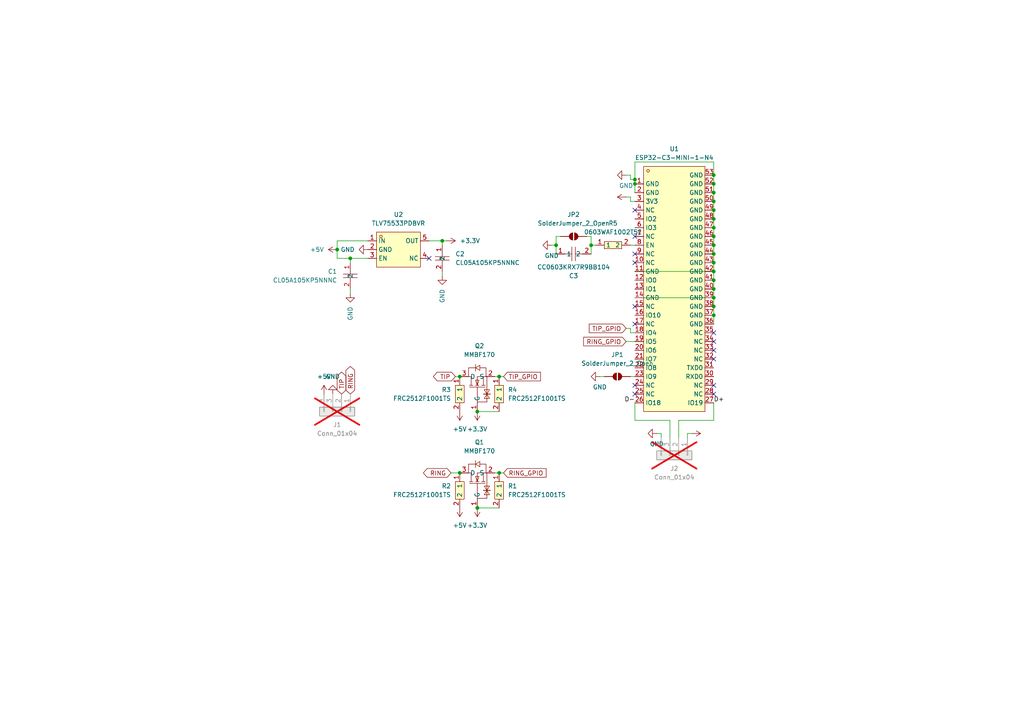
<source format=kicad_sch>
(kicad_sch (version 20231120) (generator "eeschema") (generator_version "8.0")
  (paper "A4")
  (lib_symbols
    (symbol "Connector_Generic:Conn_01x04" (pin_names (offset 1.016) hide)
      (property "Reference" "J" (at 0 5.08 0))
      (property "Value" "Conn_01x04" (at 0 -7.62 0))
      (symbol "Conn_01x04_1_1"
        (rectangle (start -1.27 -4.953) (end 0 -5.207) (stroke (width 0.1524)))
        (rectangle (start -1.27 -2.413) (end 0 -2.667) (stroke (width 0.1524)))
        (rectangle (start -1.27 0.127) (end 0 -0.127) (stroke (width 0.1524)))
        (rectangle (start -1.27 2.667) (end 0 2.413) (stroke (width 0.1524)))
        (rectangle (start -1.27 3.81) (end 1.27 -6.35) (stroke (width 0.254)) (fill (type background)))
        (pin passive line (at -5.08 2.54 0) (length 3.81) (name "Pin_1") (number "1"))
        (pin passive line (at -5.08 0 0) (length 3.81) (name "Pin_2") (number "2"))
        (pin passive line (at -5.08 -2.54 0) (length 3.81) (name "Pin_3") (number "3"))
        (pin passive line (at -5.08 -5.08 0) (length 3.81) (name "Pin_4") (number "4"))
      )
    )
    (symbol "Jumper:SolderJumper_2_Open" (pin_numbers hide) (pin_names (offset 0) hide) (exclude_from_sim yes) (in_bom no)
      (property "Reference" "JP" (at 0 2.032 0))
      (property "Value" "SolderJumper_2_Open" (at 0 -2.54 0))
      (symbol "SolderJumper_2_Open_0_1"
        (arc (start -0.254 1.016) (mid -1.2656 0) (end -0.254 -1.016))
        (arc (start -0.254 1.016) (mid -1.2656 0) (end -0.254 -1.016) (fill (type outline)))
        (polyline (pts (xy -0.254 1.016) (xy -0.254 -1.016)))
        (polyline (pts (xy 0.254 1.016) (xy 0.254 -1.016)))
        (arc (start 0.254 -1.016) (mid 1.2656 0) (end 0.254 1.016))
        (arc (start 0.254 -1.016) (mid 1.2656 0) (end 0.254 1.016) (fill (type outline)))
      )
      (symbol "SolderJumper_2_Open_1_1"
        (pin passive line (at -3.81 0 0) (length 2.54) (name "A") (number "1"))
        (pin passive line (at 3.81 0 180) (length 2.54) (name "B") (number "2"))
      )
    )
    (symbol "easyeda2kicad:0603WAF1002T5E"
      (property "Reference" "R" (at 0 5.08 0))
      (property "Value" "0603WAF1002T5E" (at 0 -5.08 0))
      (symbol "0603WAF1002T5E_0_1"
        (rectangle (start -2.54 1.02) (end 2.54 -1.02) (fill (type background)))
        (pin input line (at -5.08 0 0) (length 2.54) (name "1") (number "1"))
        (pin input line (at 5.08 0 180) (length 2.54) (name "2") (number "2"))
      )
    )
    (symbol "easyeda2kicad:CC0603KRX7R9BB104"
      (property "Reference" "C" (at 0 5.08 0))
      (property "Value" "CC0603KRX7R9BB104" (at 0 -5.08 0))
      (symbol "CC0603KRX7R9BB104_0_1"
        (polyline (pts (xy -0.51 -2.03) (xy -0.51 2.03)))
        (polyline (pts (xy -0.51 0) (xy -2.54 0)))
        (polyline (pts (xy 0.51 2.03) (xy 0.51 -2.03)))
        (polyline (pts (xy 2.54 0) (xy 0.51 0)))
        (pin unspecified line (at -5.08 0 0) (length 2.54) (name "1") (number "1"))
        (pin unspecified line (at 5.08 0 180) (length 2.54) (name "2") (number "2"))
      )
    )
    (symbol "easyeda2kicad:CL05A105KP5NNNC"
      (property "Reference" "C" (at 0 5.08 0))
      (property "Value" "CL05A105KP5NNNC" (at 0 -5.08 0))
      (symbol "CL05A105KP5NNNC_0_1"
        (polyline (pts (xy -1.27 0) (xy -0.51 0)))
        (polyline (pts (xy -0.51 2.03) (xy -0.51 -2.03)))
        (polyline (pts (xy 0.51 0) (xy 1.27 0)))
        (polyline (pts (xy 0.51 2.03) (xy 0.51 -2.03)))
        (pin input line (at -3.81 0 0) (length 2.54) (name "1") (number "1"))
        (pin input line (at 3.81 0 180) (length 2.54) (name "2") (number "2"))
      )
    )
    (symbol "easyeda2kicad:ESP32-C3-MINI-1-N4"
      (property "Reference" "U" (at 0 38.1 0))
      (property "Value" "ESP32-C3-MINI-1-N4" (at 0 -38.1 0))
      (symbol "ESP32-C3-MINI-1-N4_0_1"
        (rectangle (start -8.89 35.56) (end 8.89 -35.56) (fill (type background)))
        (circle (center -7.62 34.29) (radius 0.38))
        (pin unspecified line (at -11.43 30.48 0) (length 2.54) (name "GND") (number "1"))
        (pin unspecified line (at -11.43 7.62 0) (length 2.54) (name "NC") (number "10"))
        (pin unspecified line (at -11.43 5.08 0) (length 2.54) (name "GND") (number "11"))
        (pin unspecified line (at -11.43 2.54 0) (length 2.54) (name "IO0") (number "12"))
        (pin unspecified line (at -11.43 0 0) (length 2.54) (name "IO1") (number "13"))
        (pin unspecified line (at -11.43 -2.54 0) (length 2.54) (name "GND") (number "14"))
        (pin unspecified line (at -11.43 -5.08 0) (length 2.54) (name "NC") (number "15"))
        (pin unspecified line (at -11.43 -7.62 0) (length 2.54) (name "IO10") (number "16"))
        (pin unspecified line (at -11.43 -10.16 0) (length 2.54) (name "NC") (number "17"))
        (pin unspecified line (at -11.43 -12.7 0) (length 2.54) (name "IO4") (number "18"))
        (pin unspecified line (at -11.43 -15.24 0) (length 2.54) (name "IO5") (number "19"))
        (pin unspecified line (at -11.43 27.94 0) (length 2.54) (name "GND") (number "2"))
        (pin unspecified line (at -11.43 -17.78 0) (length 2.54) (name "IO6") (number "20"))
        (pin unspecified line (at -11.43 -20.32 0) (length 2.54) (name "IO7") (number "21"))
        (pin unspecified line (at -11.43 -22.86 0) (length 2.54) (name "IO8") (number "22"))
        (pin unspecified line (at -11.43 -25.4 0) (length 2.54) (name "IO9") (number "23"))
        (pin unspecified line (at -11.43 -27.94 0) (length 2.54) (name "NC") (number "24"))
        (pin unspecified line (at -11.43 -30.48 0) (length 2.54) (name "NC") (number "25"))
        (pin unspecified line (at -11.43 -33.02 0) (length 2.54) (name "IO18") (number "26"))
        (pin unspecified line (at 11.43 -33.02 180) (length 2.54) (name "IO19") (number "27"))
        (pin unspecified line (at 11.43 -30.48 180) (length 2.54) (name "NC") (number "28"))
        (pin unspecified line (at 11.43 -27.94 180) (length 2.54) (name "NC") (number "29"))
        (pin unspecified line (at -11.43 25.4 0) (length 2.54) (name "3V3") (number "3"))
        (pin unspecified line (at 11.43 -25.4 180) (length 2.54) (name "RXD0") (number "30"))
        (pin unspecified line (at 11.43 -22.86 180) (length 2.54) (name "TXD0") (number "31"))
        (pin unspecified line (at 11.43 -20.32 180) (length 2.54) (name "NC") (number "32"))
        (pin unspecified line (at 11.43 -17.78 180) (length 2.54) (name "NC") (number "33"))
        (pin unspecified line (at 11.43 -15.24 180) (length 2.54) (name "NC") (number "34"))
        (pin unspecified line (at 11.43 -12.7 180) (length 2.54) (name "NC") (number "35"))
        (pin unspecified line (at 11.43 -10.16 180) (length 2.54) (name "GND") (number "36"))
        (pin unspecified line (at 11.43 -7.62 180) (length 2.54) (name "GND") (number "37"))
        (pin unspecified line (at 11.43 -5.08 180) (length 2.54) (name "GND") (number "38"))
        (pin unspecified line (at 11.43 -2.54 180) (length 2.54) (name "GND") (number "39"))
        (pin unspecified line (at -11.43 22.86 0) (length 2.54) (name "NC") (number "4"))
        (pin unspecified line (at 11.43 0 180) (length 2.54) (name "GND") (number "40"))
        (pin unspecified line (at 11.43 2.54 180) (length 2.54) (name "GND") (number "41"))
        (pin unspecified line (at 11.43 5.08 180) (length 2.54) (name "GND") (number "42"))
        (pin unspecified line (at 11.43 7.62 180) (length 2.54) (name "GND") (number "43"))
        (pin unspecified line (at 11.43 10.16 180) (length 2.54) (name "GND") (number "44"))
        (pin unspecified line (at 11.43 12.7 180) (length 2.54) (name "GND") (number "45"))
        (pin unspecified line (at 11.43 15.24 180) (length 2.54) (name "GND") (number "46"))
        (pin unspecified line (at 11.43 17.78 180) (length 2.54) (name "GND") (number "47"))
        (pin unspecified line (at 11.43 20.32 180) (length 2.54) (name "GND") (number "48"))
        (pin unspecified line (at 11.43 22.86 180) (length 2.54) (name "GND") (number "49"))
        (pin unspecified line (at -11.43 20.32 0) (length 2.54) (name "IO2") (number "5"))
        (pin unspecified line (at 11.43 25.4 180) (length 2.54) (name "GND") (number "50"))
        (pin unspecified line (at 11.43 27.94 180) (length 2.54) (name "GND") (number "51"))
        (pin unspecified line (at 11.43 30.48 180) (length 2.54) (name "GND") (number "52"))
        (pin unspecified line (at 11.43 33.02 180) (length 2.54) (name "GND") (number "53"))
        (pin unspecified line (at -11.43 17.78 0) (length 2.54) (name "IO3") (number "6"))
        (pin unspecified line (at -11.43 15.24 0) (length 2.54) (name "NC") (number "7"))
        (pin unspecified line (at -11.43 12.7 0) (length 2.54) (name "EN") (number "8"))
        (pin unspecified line (at -11.43 10.16 0) (length 2.54) (name "NC") (number "9"))
      )
    )
    (symbol "easyeda2kicad:FRC2512F1001TS"
      (property "Reference" "R" (at 0 5.08 0))
      (property "Value" "FRC2512F1001TS" (at 0 -5.08 0))
      (symbol "FRC2512F1001TS_0_1"
        (rectangle (start -2.54 1.27) (end 2.54 -1.27) (fill (type background)))
        (pin unspecified line (at -5.08 0 0) (length 2.54) (name "1") (number "1"))
        (pin unspecified line (at 5.08 0 180) (length 2.54) (name "2") (number "2"))
      )
    )
    (symbol "easyeda2kicad:MMBF170"
      (property "Reference" "Q" (at 0 10.16 0))
      (property "Value" "MMBF170" (at 0 -10.16 0))
      (symbol "MMBF170_0_1"
        (polyline (pts (xy -3.81 0) (xy 0.76 0)))
        (polyline (pts (xy -3.56 -2.79) (xy -3.56 0)))
        (polyline (pts (xy -3.56 -2.79) (xy 3.81 -2.79)))
        (polyline (pts (xy 0.76 2.29) (xy 0.76 -2.29)))
        (polyline (pts (xy 1.27 -2.29) (xy 1.27 -1.27)))
        (polyline (pts (xy 1.27 -0.51) (xy 1.27 0.51)))
        (polyline (pts (xy 1.27 2.29) (xy 1.27 1.27)))
        (polyline (pts (xy 3.81 -1.78) (xy 1.27 -1.78)))
        (polyline (pts (xy -1.27 -3.81) (xy -1.27 -3.3) (xy -1.27 -2.29) (xy -1.27 -1.78)))
        (polyline (pts (xy -1.27 -2.79) (xy -2.54 -2.03) (xy -2.54 -3.56) (xy -1.27 -2.79)) (fill (type background)))
        (polyline (pts (xy -1.27 -2.79) (xy 0 -3.56) (xy 0 -2.03) (xy -1.27 -2.79)) (fill (type background)))
        (polyline (pts (xy -1.27 -1.78) (xy -1.27 -2.29) (xy -1.27 -3.3) (xy -1.27 -3.81)))
        (polyline (pts (xy 1.27 0) (xy 2.79 -0.51) (xy 2.79 0.51) (xy 1.27 0)) (fill (type background)))
        (polyline (pts (xy 6.35 0.51) (xy 5.59 -0.76) (xy 7.11 -0.76) (xy 6.35 0.51)) (fill (type background)))
        (polyline (pts (xy 7.37 0.51) (xy 6.86 0.51) (xy 5.84 0.51) (xy 5.33 0.51)))
        (polyline (pts (xy 1.27 0) (xy 3.81 0) (xy 3.81 -2.54) (xy 6.35 -2.54) (xy 6.35 -0.76)))
        (polyline (pts (xy 1.27 1.78) (xy 3.81 1.78) (xy 3.81 2.54) (xy 6.35 2.54) (xy 6.35 0.51)))
        (pin unspecified line (at -6.35 0 0) (length 2.54) (name "G") (number "1"))
        (pin unspecified line (at 3.81 -5.08 90) (length 2.54) (name "S") (number "2"))
        (pin unspecified line (at 3.81 5.08 270) (length 2.54) (name "D") (number "3"))
      )
    )
    (symbol "easyeda2kicad:TLV75533PDBVR"
      (property "Reference" "U" (at 0 7.62 0))
      (property "Value" "TLV75533PDBVR" (at 0 -7.62 0))
      (symbol "TLV75533PDBVR_0_1"
        (rectangle (start -6.35 5.08) (end 6.35 -5.08) (fill (type background)))
        (circle (center -5.08 3.81) (radius 0.38))
        (pin unspecified line (at -8.89 2.54 0) (length 2.54) (name "IN") (number "1"))
        (pin unspecified line (at -8.89 0 0) (length 2.54) (name "GND") (number "2"))
        (pin unspecified line (at -8.89 -2.54 0) (length 2.54) (name "EN") (number "3"))
        (pin unspecified line (at 8.89 -2.54 180) (length 2.54) (name "NC") (number "4"))
        (pin unspecified line (at 8.89 2.54 180) (length 2.54) (name "OUT") (number "5"))
      )
    )
    (symbol "easyeda2kicad:TLV75533PDQNR"
      (property "Reference" "U" (at 0 7.62 0))
      (property "Value" "TLV75533PDQNR" (at 0 -7.62 0))
      (symbol "TLV75533PDQNR_0_1"
        (rectangle (start -7.62 5.08) (end 5.08 -5.08) (fill (type background)))
        (circle (center -6.35 3.81) (radius 0.38))
        (pin unspecified line (at -10.16 2.54 0) (length 2.54) (name "OUT") (number "1"))
        (pin unspecified line (at -10.16 0 0) (length 2.54) (name "GND") (number "2"))
        (pin unspecified line (at -10.16 -2.54 0) (length 2.54) (name "EN") (number "3"))
        (pin unspecified line (at 7.62 -2.54 180) (length 2.54) (name "IN") (number "4"))
        (pin unspecified line (at 7.62 2.54 180) (length 2.54) (name "EP") (number "5"))
      )
    )
    (symbol "easyeda2kicad:TLV75533PDRVR"
      (property "Reference" "U" (at 0 10.16 0))
      (property "Value" "TLV75533PDRVR" (at 0 -7.62 0))
      (symbol "TLV75533PDRVR_0_1"
        (rectangle (start -6.35 6.35) (end 6.35 -5.08) (fill (type background)))
        (circle (center -5.08 5.08) (radius 0.38))
        (pin unspecified line (at -8.89 2.54 0) (length 2.54) (name "OUT") (number "1"))
        (pin unspecified line (at -8.89 0 0) (length 2.54) (name "NC") (number "2"))
        (pin unspecified line (at -8.89 -2.54 0) (length 2.54) (name "GND") (number "3"))
        (pin unspecified line (at 8.89 -2.54 180) (length 2.54) (name "EN") (number "4"))
        (pin unspecified line (at 8.89 0 180) (length 2.54) (name "NC") (number "5"))
        (pin unspecified line (at 8.89 2.54 180) (length 2.54) (name "IN") (number "6"))
        (pin unspecified line (at 8.89 5.08 180) (length 2.54) (name "EP") (number "7"))
      )
    )
    (symbol "power:+3.3V" (power) (pin_names (offset 0))
      (property "Value" "+3.3V" (at 0 3.556 0))
      (symbol "+3.3V_0_1"
        (polyline (pts (xy -0.762 1.27) (xy 0 2.54)))
        (polyline (pts (xy 0 0) (xy 0 2.54)))
        (polyline (pts (xy 0 2.54) (xy 0.762 1.27)))
      )
      (symbol "+3.3V_1_1"
        (pin power_in line (at 0 0 90) (length 0) hide (name "+3.3V") (number "1"))
      )
    )
    (symbol "power:+5V" (power) (pin_names (offset 0))
      (property "Value" "+5V" (at 0 3.556 0))
      (symbol "+5V_0_1"
        (polyline (pts (xy -0.762 1.27) (xy 0 2.54)))
        (polyline (pts (xy 0 0) (xy 0 2.54)))
        (polyline (pts (xy 0 2.54) (xy 0.762 1.27)))
      )
      (symbol "+5V_1_1"
        (pin power_in line (at 0 0 90) (length 0) hide (name "+5V") (number "1"))
      )
    )
    (symbol "power:GND" (power) (pin_names (offset 0))
      (property "Value" "GND" (at 0 -3.81 0))
      (symbol "GND_0_1"
        (polyline (pts (xy 0 0) (xy 0 -1.27) (xy 1.27 -1.27) (xy 0 -2.54) (xy -1.27 -1.27) (xy 0 -1.27)))
      )
      (symbol "GND_1_1"
        (pin power_in line (at 0 0 270) (length 0) hide (name "GND") (number "1"))
      )
    )
  )
  (junction (at 184.15 52.07))
  (junction (at 133.35 109.22))
  (junction (at 207.01 86.36))
  (junction (at 415.29 109.22))
  (junction (at 138.43 119.38))
  (junction (at 420.37 80.01))
  (junction (at 207.01 60.96))
  (junction (at 207.01 55.88))
  (junction (at 207.01 73.66))
  (junction (at 207.01 81.28))
  (junction (at 207.01 76.2))
  (junction (at 207.01 91.44))
  (junction (at 207.01 58.42))
  (junction (at 207.01 66.04))
  (junction (at 391.16 111.76))
  (junction (at 133.35 137.16))
  (junction (at 207.01 53.34))
  (junction (at 97.79 72.39))
  (junction (at 138.43 147.32))
  (junction (at 393.7 85.09))
  (junction (at 393.7 114.3))
  (junction (at 207.01 88.9))
  (junction (at 171.45 71.12))
  (junction (at 144.78 109.22))
  (junction (at 128.27 69.85))
  (junction (at 184.15 53.34))
  (junction (at 207.01 83.82))
  (junction (at 389.89 85.09))
  (junction (at 207.01 78.74))
  (junction (at 207.01 50.8))
  (junction (at 207.01 63.5))
  (junction (at 144.78 137.16))
  (junction (at 101.6 74.93))
  (junction (at 161.29 71.12))
  (junction (at 207.01 71.12))
  (junction (at 207.01 68.58))
  (no_connect (at 207.01 99.06))
  (no_connect (at 184.15 68.58))
  (no_connect (at 184.15 73.66))
  (no_connect (at 207.01 101.6))
  (no_connect (at 207.01 114.3))
  (no_connect (at 411.48 111.76))
  (no_connect (at 184.15 60.96))
  (no_connect (at 207.01 104.14))
  (no_connect (at 207.01 111.76))
  (no_connect (at 184.15 111.76))
  (no_connect (at 393.7 106.68))
  (no_connect (at 124.46 74.93))
  (no_connect (at 184.15 93.98))
  (no_connect (at 184.15 76.2))
  (no_connect (at 393.7 111.76))
  (no_connect (at 393.7 80.01))
  (no_connect (at 207.01 96.52))
  (no_connect (at 184.15 88.9))
  (no_connect (at 184.15 114.3))
  (wire (pts (xy 128.27 71.12) (xy 128.27 69.85)))
  (wire (pts (xy 143.51 137.16) (xy 144.78 137.16)))
  (wire (pts (xy 184.15 86.36) (xy 207.01 86.36)))
  (wire (pts (xy 138.43 119.38) (xy 144.78 119.38)))
  (wire (pts (xy 124.46 69.85) (xy 128.27 69.85)))
  (wire (pts (xy 106.68 69.85) (xy 97.79 69.85)))
  (wire (pts (xy 130.81 137.16) (xy 133.35 137.16)))
  (wire (pts (xy 181.61 57.15) (xy 182.88 57.15)))
  (wire (pts (xy 171.45 71.12) (xy 172.72 71.12)))
  (wire (pts (xy 415.29 109.22) (xy 416.56 109.22)))
  (wire (pts (xy 144.78 137.16) (xy 146.05 137.16)))
  (wire (pts (xy 190.5 125.73) (xy 191.77 125.73)))
  (wire (pts (xy 207.01 83.82) (xy 207.01 86.36)))
  (wire (pts (xy 411.48 85.09) (xy 411.48 88.9)))
  (wire (pts (xy 196.85 121.92) (xy 207.01 121.92)))
  (wire (pts (xy 132.08 109.22) (xy 133.35 109.22)))
  (wire (pts (xy 389.89 95.25) (xy 389.89 93.98)))
  (wire (pts (xy 207.01 73.66) (xy 207.01 76.2)))
  (wire (pts (xy 181.61 95.25) (xy 182.88 95.25)))
  (wire (pts (xy 207.01 81.28) (xy 207.01 83.82)))
  (wire (pts (xy 170.18 68.58) (xy 171.45 68.58)))
  (wire (pts (xy 207.01 88.9) (xy 207.01 91.44)))
  (wire (pts (xy 184.15 78.74) (xy 207.01 78.74)))
  (wire (pts (xy 182.88 52.07) (xy 184.15 52.07)))
  (wire (pts (xy 181.61 50.8) (xy 182.88 50.8)))
  (wire (pts (xy 184.15 46.99) (xy 207.01 46.99)))
  (wire (pts (xy 393.7 109.22) (xy 391.16 109.22)))
  (wire (pts (xy 391.16 114.3) (xy 393.7 114.3)))
  (wire (pts (xy 207.01 53.34) (xy 207.01 55.88)))
  (wire (pts (xy 184.15 53.34) (xy 184.15 55.88)))
  (wire (pts (xy 420.37 81.28) (xy 420.37 80.01)))
  (wire (pts (xy 207.01 60.96) (xy 207.01 63.5)))
  (wire (pts (xy 411.48 115.57) (xy 411.48 114.3)))
  (wire (pts (xy 207.01 71.12) (xy 207.01 73.66)))
  (wire (pts (xy 181.61 99.06) (xy 184.15 99.06)))
  (wire (pts (xy 161.29 68.58) (xy 161.29 71.12)))
  (wire (pts (xy 160.02 71.12) (xy 161.29 71.12)))
  (wire (pts (xy 420.37 80.01) (xy 421.64 80.01)))
  (wire (pts (xy 411.48 80.01) (xy 420.37 80.01)))
  (wire (pts (xy 144.78 109.22) (xy 143.51 109.22)))
  (wire (pts (xy 184.15 121.92) (xy 184.15 116.84)))
  (wire (pts (xy 207.01 46.99) (xy 207.01 50.8)))
  (wire (pts (xy 182.88 58.42) (xy 184.15 58.42)))
  (wire (pts (xy 393.7 115.57) (xy 393.7 114.3)))
  (wire (pts (xy 101.6 74.93) (xy 106.68 74.93)))
  (wire (pts (xy 207.01 66.04) (xy 207.01 68.58)))
  (wire (pts (xy 171.45 68.58) (xy 171.45 71.12)))
  (wire (pts (xy 389.89 86.36) (xy 389.89 85.09)))
  (wire (pts (xy 415.29 119.38) (xy 415.29 118.11)))
  (wire (pts (xy 191.77 125.73) (xy 191.77 127)))
  (wire (pts (xy 411.48 109.22) (xy 415.29 109.22)))
  (wire (pts (xy 194.31 121.92) (xy 184.15 121.92)))
  (wire (pts (xy 411.48 88.9) (xy 393.7 88.9)))
  (wire (pts (xy 389.89 85.09) (xy 393.7 85.09)))
  (wire (pts (xy 128.27 69.85) (xy 129.54 69.85)))
  (wire (pts (xy 161.29 68.58) (xy 162.56 68.58)))
  (wire (pts (xy 199.39 125.73) (xy 200.66 125.73)))
  (wire (pts (xy 393.7 124.46) (xy 393.7 123.19)))
  (wire (pts (xy 144.78 147.32) (xy 138.43 147.32)))
  (wire (pts (xy 182.88 50.8) (xy 182.88 52.07)))
  (wire (pts (xy 207.01 121.92) (xy 207.01 116.84)))
  (wire (pts (xy 207.01 78.74) (xy 207.01 81.28)))
  (wire (pts (xy 97.79 74.93) (xy 101.6 74.93)))
  (wire (pts (xy 184.15 52.07) (xy 184.15 46.99)))
  (wire (pts (xy 207.01 91.44) (xy 207.01 93.98)))
  (wire (pts (xy 391.16 109.22) (xy 391.16 111.76)))
  (wire (pts (xy 388.62 85.09) (xy 389.89 85.09)))
  (wire (pts (xy 207.01 50.8) (xy 207.01 53.34)))
  (wire (pts (xy 199.39 125.73) (xy 199.39 127)))
  (wire (pts (xy 182.88 109.22) (xy 184.15 109.22)))
  (wire (pts (xy 101.6 85.09) (xy 101.6 83.82)))
  (wire (pts (xy 182.88 71.12) (xy 184.15 71.12)))
  (wire (pts (xy 128.27 80.01) (xy 128.27 78.74)))
  (wire (pts (xy 207.01 86.36) (xy 207.01 88.9)))
  (wire (pts (xy 144.78 109.22) (xy 146.05 109.22)))
  (wire (pts (xy 101.6 76.2) (xy 101.6 74.93)))
  (wire (pts (xy 207.01 55.88) (xy 207.01 58.42)))
  (wire (pts (xy 171.45 71.12) (xy 171.45 73.66)))
  (wire (pts (xy 97.79 69.85) (xy 97.79 72.39)))
  (wire (pts (xy 393.7 88.9) (xy 393.7 85.09)))
  (wire (pts (xy 182.88 95.25) (xy 182.88 96.52)))
  (wire (pts (xy 207.01 76.2) (xy 207.01 78.74)))
  (wire (pts (xy 182.88 96.52) (xy 184.15 96.52)))
  (wire (pts (xy 391.16 111.76) (xy 391.16 114.3)))
  (wire (pts (xy 184.15 53.34) (xy 184.15 52.07)))
  (wire (pts (xy 161.29 71.12) (xy 161.29 73.66)))
  (wire (pts (xy 207.01 63.5) (xy 207.01 66.04)))
  (wire (pts (xy 207.01 58.42) (xy 207.01 60.96)))
  (wire (pts (xy 97.79 72.39) (xy 97.79 74.93)))
  (wire (pts (xy 420.37 90.17) (xy 420.37 88.9)))
  (wire (pts (xy 173.99 109.22) (xy 175.26 109.22)))
  (wire (pts (xy 207.01 68.58) (xy 207.01 71.12)))
  (wire (pts (xy 194.31 127) (xy 194.31 121.92)))
  (wire (pts (xy 182.88 57.15) (xy 182.88 58.42)))
  (wire (pts (xy 415.29 110.49) (xy 415.29 109.22)))
  (wire (pts (xy 196.85 127) (xy 196.85 121.92)))
  (label "D+" (at 207.01 116.84 0))
  (label "D-" (at 184.15 116.84 180))
  (global_label "RING_GPIO" (shape input) (at 181.61 99.06 180) (property "Intersheetrefs" "${INTERSHEET_REFS}" (effects (hide yes))))
  (global_label "TIP" (shape bidirectional) (at 99.06 114.3 90) (property "Intersheetrefs" "TIP" (effects (hide yes))))
  (global_label "TIP_GPIO" (shape input) (at 146.05 109.22 0) (property "Intersheetrefs" "${INTERSHEET_REFS}" (effects (hide yes))))
  (global_label "TIP_GPIO" (shape input) (at 181.61 95.25 180) (property "Intersheetrefs" "${INTERSHEET_REFS}" (effects (hide yes))))
  (global_label "TIP" (shape bidirectional) (at 132.08 109.22 180) (property "Intersheetrefs" "TIP" (effects (hide yes))))
  (global_label "RING" (shape bidirectional) (at 101.6 114.3 90) (property "Intersheetrefs" "${INTERSHEET_REFS}" (effects (hide yes))))
  (global_label "RING" (shape bidirectional) (at 130.81 137.16 180) (property "Intersheetrefs" "${INTERSHEET_REFS}" (effects (hide yes))))
  (global_label "RING_GPIO" (shape input) (at 146.05 137.16 0) (property "Intersheetrefs" "${INTERSHEET_REFS}" (effects (hide yes))))
  (symbol (lib_id "easyeda2kicad:CL05A105KP5NNNC") (at 393.7 119.38 90) (mirror x) (unit 1) (exclude_from_sim yes) (in_bom no) (on_board no) (dnp yes)
    (property "Reference" "C7" (at 389.89 118.1099 90) (effects (justify left)))
    (property "Value" "CL05A105KP5NNNC" (at 389.89 120.6499 90) (effects (justify left)))
    (property "Footprint" "easyeda2kicad:C0402" (effects (hide yes)))
    (property "Datasheet" "https://lcsc.com/product-detail/Multilayer-Ceramic-Capacitors-MLCC-SMD-SMT_SAMSUNG_CL05A105KP5NNNC_1uF-105-10-10V_C14445.html" (effects (hide yes)))
    (property "LCSC Part" "C14445" (effects (hide yes)))
  )
  (symbol (lib_id "power:GND") (at 101.6 85.09 0) (unit 1)
    (property "Reference" "#PWR02" (effects (hide yes)))
    (property "Value" "GND" (at 101.6 88.9 90) (effects (justify right)))
  )
  (symbol (lib_id "power:+3.3V") (at 416.56 109.22 270) (unit 1) (exclude_from_sim yes) (in_bom no) (on_board no) (dnp yes)
    (property "Reference" "#PWR021" (effects (hide yes)))
    (property "Value" "+3.3V" (at 420.37 109.22 90) (effects (justify left)))
  )
  (symbol (lib_id "power:+5V") (at 388.62 85.09 90) (mirror x) (unit 1) (exclude_from_sim yes) (in_bom no) (on_board no) (dnp yes)
    (property "Reference" "#PWR016" (effects (hide yes)))
    (property "Value" "+5V" (at 384.81 85.09 90) (effects (justify left)))
  )
  (symbol (lib_id "power:+3.3V") (at 138.43 119.38 180) (unit 1)
    (property "Reference" "#PWR08" (effects (hide yes)))
    (property "Value" "+3.3V" (at 138.43 124.46 0))
  )
  (symbol (lib_id "easyeda2kicad:TLV75533PDBVR") (at 115.57 72.39 0) (unit 1)
    (property "Reference" "U2" (at 115.57 62.23 0))
    (property "Value" "TLV75533PDBVR" (at 115.57 64.77 0))
    (property "Footprint" "easyeda2kicad:SOT-23-5_L3.0-W1.7-P0.95-LS2.8-BR" (effects (hide yes)))
    (property "Datasheet" "https://lcsc.com/product-detail/Low-Dropout-Regulators-LDO_Texas-Instruments-TI-TLV75533PDBVR_C404027.html" (effects (hide yes)))
    (property "LCSC Part" "C404027" (effects (hide yes)))
  )
  (symbol (lib_id "power:GND") (at 420.37 90.17 0) (unit 1) (exclude_from_sim yes) (in_bom no) (on_board no) (dnp yes)
    (property "Reference" "#PWR019" (effects (hide yes)))
    (property "Value" "GND" (at 420.37 93.98 90) (effects (justify right)))
  )
  (symbol (lib_id "Connector_Generic:Conn_01x04") (at 196.85 132.08 270) (unit 1) (dnp yes)
    (property "Reference" "J2" (at 195.58 135.89 90))
    (property "Value" "Conn_01x04" (at 195.58 138.43 90))
    (property "Footprint" "Connector_PinHeader_2.54mm:PinHeader_1x04_P2.54mm_Vertical" (effects (hide yes)))
  )
  (symbol (lib_id "easyeda2kicad:TLV75533PDQNR") (at 401.32 82.55 0) (mirror y) (unit 1) (exclude_from_sim yes) (in_bom no) (on_board no) (dnp yes)
    (property "Reference" "U3" (at 402.59 72.39 0))
    (property "Value" "TLV75533PDQNR" (at 402.59 74.93 0))
    (property "Footprint" "easyeda2kicad:X2SON-4_L1.0-W1.0-P0.65-TL-EP" (effects (hide yes)))
    (property "LCSC Part" "C2861882" (effects (hide yes)))
  )
  (symbol (lib_id "power:+5V") (at 93.98 114.3 0) (unit 1)
    (property "Reference" "#PWR06" (effects (hide yes)))
    (property "Value" "+5V" (at 93.98 109.22 0))
  )
  (symbol (lib_id "power:GND") (at 411.48 115.57 0) (unit 1) (exclude_from_sim yes) (in_bom no) (on_board no) (dnp yes)
    (property "Reference" "#PWR026" (effects (hide yes)))
    (property "Value" "GND" (at 411.48 119.38 90) (effects (justify right)))
  )
  (symbol (lib_id "power:GND") (at 106.68 72.39 270) (unit 1)
    (property "Reference" "#PWR03" (effects (hide yes)))
    (property "Value" "GND" (at 102.87 72.39 90) (effects (justify right)))
  )
  (symbol (lib_id "power:GND") (at 190.5 125.73 270) (unit 1)
    (property "Reference" "#PWR012" (effects (hide yes)))
    (property "Value" "GND" (at 192.532 128.778 90) (effects (justify right)))
  )
  (symbol (lib_id "power:GND") (at 415.29 119.38 0) (unit 1) (exclude_from_sim yes) (in_bom no) (on_board no) (dnp yes)
    (property "Reference" "#PWR024" (effects (hide yes)))
    (property "Value" "GND" (at 415.29 123.19 90) (effects (justify right)))
  )
  (symbol (lib_id "easyeda2kicad:FRC2512F1001TS") (at 133.35 114.3 90) (mirror x) (unit 1)
    (property "Reference" "R3" (at 130.81 113.0299 90) (effects (justify left)))
    (property "Value" "FRC2512F1001TS" (at 130.81 115.5699 90) (effects (justify left)))
    (property "Footprint" "easyeda2kicad:R2512" (effects (hide yes)))
    (property "LCSC Part" "C2960683" (effects (hide yes)))
  )
  (symbol (lib_id "power:GND") (at 128.27 80.01 0) (unit 1)
    (property "Reference" "#PWR010" (effects (hide yes)))
    (property "Value" "GND" (at 128.27 83.82 90) (effects (justify right)))
  )
  (symbol (lib_id "power:GND") (at 96.52 114.3 180) (unit 1)
    (property "Reference" "#PWR07" (effects (hide yes)))
    (property "Value" "GND" (at 96.52 109.22 0))
  )
  (symbol (lib_id "easyeda2kicad:CL05A105KP5NNNC") (at 420.37 85.09 270) (unit 1) (exclude_from_sim yes) (in_bom no) (on_board no) (dnp yes)
    (property "Reference" "C4" (at 424.18 83.8199 90) (effects (justify left)))
    (property "Value" "CL05A105KP5NNNC" (at 424.18 86.3599 90) (effects (justify left)))
    (property "Footprint" "easyeda2kicad:C0402" (effects (hide yes)))
    (property "Datasheet" "https://lcsc.com/product-detail/Multilayer-Ceramic-Capacitors-MLCC-SMD-SMT_SAMSUNG_CL05A105KP5NNNC_1uF-105-10-10V_C14445.html" (effects (hide yes)))
    (property "LCSC Part" "C14445" (effects (hide yes)))
  )
  (symbol (lib_id "power:+3.3V") (at 138.43 147.32 180) (unit 1)
    (property "Reference" "#PWR09" (effects (hide yes)))
    (property "Value" "+3.3V" (at 138.43 152.4 0))
  )
  (symbol (lib_id "easyeda2kicad:FRC2512F1001TS") (at 144.78 142.24 270) (unit 1)
    (property "Reference" "R1" (at 147.32 140.9699 90) (effects (justify left)))
    (property "Value" "FRC2512F1001TS" (at 147.32 143.5099 90) (effects (justify left)))
    (property "Footprint" "easyeda2kicad:R2512" (effects (hide yes)))
    (property "LCSC Part" "C2960683" (effects (hide yes)))
  )
  (symbol (lib_id "power:+5V") (at 200.66 125.73 270) (mirror x) (unit 1)
    (property "Reference" "#PWR017" (effects (hide yes)))
    (property "Value" "+5V" (effects (hide yes)))
  )
  (symbol (lib_id "power:GND") (at 181.61 50.8 270) (unit 1)
    (property "Reference" "#PWR032" (effects (hide yes)))
    (property "Value" "GND" (at 183.642 53.848 90) (effects (justify right)))
  )
  (symbol (lib_id "power:+3.3V") (at 421.64 80.01 270) (unit 1) (exclude_from_sim yes) (in_bom no) (on_board no) (dnp yes)
    (property "Reference" "#PWR015" (effects (hide yes)))
    (property "Value" "+3.3V" (at 425.45 80.01 90) (effects (justify left)))
  )
  (symbol (lib_id "power:+5V") (at 133.35 119.38 180) (unit 1)
    (property "Reference" "#PWR05" (effects (hide yes)))
    (property "Value" "+5V" (at 133.35 124.46 0))
  )
  (symbol (lib_id "easyeda2kicad:CL05A105KP5NNNC") (at 128.27 74.93 270) (unit 1)
    (property "Reference" "C2" (at 132.08 73.6599 90) (effects (justify left)))
    (property "Value" "CL05A105KP5NNNC" (at 132.08 76.1999 90) (effects (justify left)))
    (property "Footprint" "easyeda2kicad:C0402" (effects (hide yes)))
    (property "Datasheet" "https://lcsc.com/product-detail/Multilayer-Ceramic-Capacitors-MLCC-SMD-SMT_SAMSUNG_CL05A105KP5NNNC_1uF-105-10-10V_C14445.html" (effects (hide yes)))
    (property "LCSC Part" "C14445" (effects (hide yes)))
  )
  (symbol (lib_id "easyeda2kicad:TLV75533PDRVR") (at 402.59 111.76 0) (mirror y) (unit 1) (exclude_from_sim yes) (in_bom no) (on_board no) (dnp yes)
    (property "Reference" "U4" (at 402.59 100.33 0))
    (property "Value" "TLV75533PDRVR" (at 402.59 102.87 0))
    (property "Footprint" "easyeda2kicad:WSON-6_L2.0-W2.0-P0.65-TL-EP" (effects (hide yes)))
    (property "LCSC Part" "C2861750" (effects (hide yes)))
  )
  (symbol (lib_id "power:+3.3V") (at 129.54 69.85 270) (unit 1)
    (property "Reference" "#PWR011" (effects (hide yes)))
    (property "Value" "+3.3V" (at 133.35 69.85 90) (effects (justify left)))
  )
  (symbol (lib_id "easyeda2kicad:0603WAF1002T5E") (at 177.8 71.12 0) (unit 1)
    (property "Reference" "R5" (at 177.8 64.77 0))
    (property "Value" "0603WAF1002T5E" (at 177.8 67.31 0))
    (property "Footprint" "easyeda2kicad:R0603" (effects (hide yes)))
    (property "Datasheet" "https://lcsc.com/product-detail/Chip-Resistor-Surface-Mount-UniOhm_10KR-1002-1_C25804.html" (effects (hide yes)))
    (property "LCSC Part" "C25804" (effects (hide yes)))
  )
  (symbol (lib_id "Jumper:SolderJumper_2_Open") (at 166.37 68.58 0) (unit 1) (exclude_from_sim yes) (in_bom no)
    (property "Reference" "JP2" (at 166.37 62.23 0))
    (property "Value" "SolderJumper_2_Open" (at 166.37 64.77 0))
    (property "Footprint" "Jumper:SolderJumper-2_P1.3mm_Open_RoundedPad1.0x1.5mm" (effects (hide yes)))
    (property "Description" "Solder Jumper, 2-pole, open" (effects (hide yes)))
  )
  (symbol (lib_id "Jumper:SolderJumper_2_Open") (at 179.07 109.22 0) (unit 1) (exclude_from_sim yes) (in_bom no)
    (property "Reference" "JP1" (at 179.07 102.87 0))
    (property "Value" "SolderJumper_2_Open" (at 179.07 105.41 0))
    (property "Footprint" "Jumper:SolderJumper-2_P1.3mm_Open_RoundedPad1.0x1.5mm" (effects (hide yes)))
    (property "Description" "Solder Jumper, 2-pole, open" (effects (hide yes)))
  )
  (symbol (lib_id "easyeda2kicad:CC0603KRX7R9BB104") (at 166.37 73.66 0) (mirror x) (unit 1)
    (property "Reference" "C3" (at 166.37 80.01 0))
    (property "Value" "CC0603KRX7R9BB104" (at 166.37 77.47 0))
    (property "Footprint" "easyeda2kicad:C0603" (effects (hide yes)))
    (property "Datasheet" "https://lcsc.com/product-detail/Multilayer-Ceramic-Capacitors-MLCC-SMD-SMT_100nF-104-10-50V_C14663.html" (effects (hide yes)))
    (property "LCSC Part" "C14663" (effects (hide yes)))
  )
  (symbol (lib_id "Connector_Generic:Conn_01x04") (at 99.06 119.38 270) (unit 1) (dnp yes)
    (property "Reference" "J1" (at 97.79 123.19 90))
    (property "Value" "Conn_01x04" (at 97.79 125.73 90))
    (property "Footprint" "Connector_PinHeader_2.54mm:PinHeader_1x04_P2.54mm_Vertical" (effects (hide yes)))
  )
  (symbol (lib_id "easyeda2kicad:MMBF170") (at 138.43 140.97 90) (unit 1)
    (property "Reference" "Q1" (at 139.065 128.27 90))
    (property "Value" "MMBF170" (at 139.065 130.81 90))
    (property "Footprint" "easyeda2kicad:SOT-23-3_L2.9-W1.6-P1.90-LS2.8-BR" (effects (hide yes)))
    (property "Datasheet" "https://lcsc.com/product-detail/MOSFET_MMBF170_C130879.html" (effects (hide yes)))
    (property "LCSC Part" "C130879" (effects (hide yes)))
  )
  (symbol (lib_id "easyeda2kicad:CL05A105KP5NNNC") (at 415.29 114.3 270) (unit 1) (exclude_from_sim yes) (in_bom no) (on_board no) (dnp yes)
    (property "Reference" "C6" (at 419.1 113.0299 90) (effects (justify left)))
    (property "Value" "CL05A105KP5NNNC" (at 419.1 115.5699 90) (effects (justify left)))
    (property "Footprint" "easyeda2kicad:C0402" (effects (hide yes)))
    (property "Datasheet" "https://lcsc.com/product-detail/Multilayer-Ceramic-Capacitors-MLCC-SMD-SMT_SAMSUNG_CL05A105KP5NNNC_1uF-105-10-10V_C14445.html" (effects (hide yes)))
    (property "LCSC Part" "C14445" (effects (hide yes)))
  )
  (symbol (lib_id "power:+5V") (at 391.16 111.76 90) (mirror x) (unit 1) (exclude_from_sim yes) (in_bom no) (on_board no) (dnp yes)
    (property "Reference" "#PWR022" (effects (hide yes)))
    (property "Value" "+5V" (at 387.35 111.76 90) (effects (justify left)))
  )
  (symbol (lib_id "power:GND") (at 411.48 82.55 90) (mirror x) (unit 1) (exclude_from_sim yes) (in_bom no) (on_board no) (dnp yes)
    (property "Reference" "#PWR018" (effects (hide yes)))
    (property "Value" "GND" (at 415.29 82.55 90) (effects (justify right)))
  )
  (symbol (lib_id "easyeda2kicad:FRC2512F1001TS") (at 144.78 114.3 270) (unit 1)
    (property "Reference" "R4" (at 147.32 113.0299 90) (effects (justify left)))
    (property "Value" "FRC2512F1001TS" (at 147.32 115.5699 90) (effects (justify left)))
    (property "Footprint" "easyeda2kicad:R2512" (effects (hide yes)))
    (property "LCSC Part" "C2960683" (effects (hide yes)))
  )
  (symbol (lib_id "power:+3.3V") (at 181.61 57.15 90) (mirror x) (unit 1)
    (property "Reference" "#PWR031" (effects (hide yes)))
    (property "Value" "+3.3V" (effects (hide yes)))
  )
  (symbol (lib_id "easyeda2kicad:CL05A105KP5NNNC") (at 101.6 80.01 90) (mirror x) (unit 1)
    (property "Reference" "C1" (at 97.79 78.7399 90) (effects (justify left)))
    (property "Value" "CL05A105KP5NNNC" (at 97.79 81.2799 90) (effects (justify left)))
    (property "Footprint" "easyeda2kicad:C0402" (effects (hide yes)))
    (property "Datasheet" "https://lcsc.com/product-detail/Multilayer-Ceramic-Capacitors-MLCC-SMD-SMT_SAMSUNG_CL05A105KP5NNNC_1uF-105-10-10V_C14445.html" (effects (hide yes)))
    (property "LCSC Part" "C14445" (effects (hide yes)))
  )
  (symbol (lib_id "power:+5V") (at 133.35 147.32 180) (unit 1)
    (property "Reference" "#PWR04" (effects (hide yes)))
    (property "Value" "+5V" (at 133.35 152.4 0))
  )
  (symbol (lib_id "power:GND") (at 389.89 95.25 0) (unit 1) (exclude_from_sim yes) (in_bom no) (on_board no) (dnp yes)
    (property "Reference" "#PWR020" (effects (hide yes)))
    (property "Value" "GND" (at 389.89 99.06 90) (effects (justify right)))
  )
  (symbol (lib_id "power:GND") (at 173.99 109.22 270) (unit 1)
    (property "Reference" "#PWR013" (effects (hide yes)))
    (property "Value" "GND" (at 176.022 112.268 90) (effects (justify right)))
  )
  (symbol (lib_id "power:GND") (at 393.7 124.46 0) (unit 1) (exclude_from_sim yes) (in_bom no) (on_board no) (dnp yes)
    (property "Reference" "#PWR025" (effects (hide yes)))
    (property "Value" "GND" (at 393.7 128.27 90) (effects (justify right)))
  )
  (symbol (lib_id "easyeda2kicad:CL05A105KP5NNNC") (at 389.89 90.17 90) (mirror x) (unit 1) (exclude_from_sim yes) (in_bom no) (on_board no) (dnp yes)
    (property "Reference" "C5" (at 386.08 88.8999 90) (effects (justify left)))
    (property "Value" "CL05A105KP5NNNC" (at 386.08 91.4399 90) (effects (justify left)))
    (property "Footprint" "easyeda2kicad:C0402" (effects (hide yes)))
    (property "Datasheet" "https://lcsc.com/product-detail/Multilayer-Ceramic-Capacitors-MLCC-SMD-SMT_SAMSUNG_CL05A105KP5NNNC_1uF-105-10-10V_C14445.html" (effects (hide yes)))
    (property "LCSC Part" "C14445" (effects (hide yes)))
  )
  (symbol (lib_id "power:+5V") (at 97.79 72.39 90) (mirror x) (unit 1)
    (property "Reference" "#PWR01" (effects (hide yes)))
    (property "Value" "+5V" (at 93.98 72.39 90) (effects (justify left)))
  )
  (symbol (lib_id "easyeda2kicad:ESP32-C3-MINI-1-N4") (at 195.58 83.82 0) (unit 1)
    (property "Reference" "U1" (at 195.58 43.18 0))
    (property "Value" "ESP32-C3-MINI-1-N4" (at 195.58 45.72 0))
    (property "Footprint" "easyeda2kicad:WIFIM-SMD_ESP32-C3-MINI-1" (effects (hide yes)))
    (property "Datasheet" "https://www.lcsc.com/datasheet/lcsc_datasheet_2108141930_Espressif-Systems-ESP32-C3-MINI-1-N4_C2838502.pdf" (effects (hide yes)))
    (property "LCSC Part" "C2838502" (effects (hide yes)))
  )
  (symbol (lib_id "easyeda2kicad:FRC2512F1001TS") (at 133.35 142.24 90) (mirror x) (unit 1)
    (property "Reference" "R2" (at 130.81 140.9699 90) (effects (justify left)))
    (property "Value" "FRC2512F1001TS" (at 130.81 143.5099 90) (effects (justify left)))
    (property "Footprint" "easyeda2kicad:R2512" (effects (hide yes)))
    (property "LCSC Part" "C2960683" (effects (hide yes)))
  )
  (symbol (lib_id "easyeda2kicad:MMBF170") (at 138.43 113.03 90) (unit 1)
    (property "Reference" "Q2" (at 139.065 100.33 90))
    (property "Value" "MMBF170" (at 139.065 102.87 90))
    (property "Footprint" "easyeda2kicad:SOT-23-3_L2.9-W1.6-P1.90-LS2.8-BR" (effects (hide yes)))
    (property "Datasheet" "https://lcsc.com/product-detail/MOSFET_MMBF170_C130879.html" (effects (hide yes)))
    (property "LCSC Part" "C130879" (effects (hide yes)))
  )
  (symbol (lib_id "power:GND") (at 160.02 71.12 270) (unit 1)
    (property "Reference" "#PWR014" (effects (hide yes)))
    (property "Value" "GND" (at 162.052 74.168 90) (effects (justify right)))
  )
)
</source>
